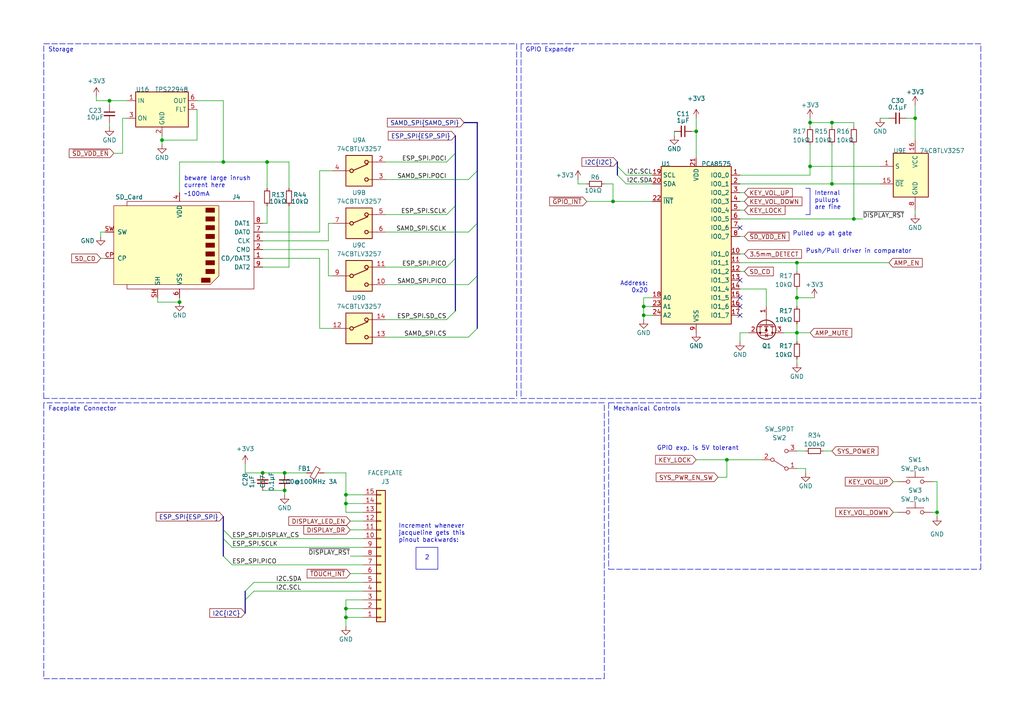
<source format=kicad_sch>
(kicad_sch (version 20230121) (generator eeschema)
  (paper "A4")
  (title_block (title "TANGARA") (date "2023-05-30") (rev "4") (company "made by jacqueline") (comment 1 "SPDX-License-Identifier: CERN-OHL-S-2.0"))
  (lib_symbols
    (symbol "74xx:74CBTLV3257"
      (property "Reference" "U" (at 17.78 1.27 0))
      (property "Value" "74CBTLV3257" (at 15.24 -1.27 0))
      (symbol "74CBTLV3257_1_1"
        (rectangle (start -3.81 4.445) (end 3.81 -4.445) (stroke (width 0.254)) (fill (type background)))
        (circle (center -2.159 0) (radius 0.508) (stroke (width 0.254)))
        (polyline (pts (xy -5.08 0) (xy -2.794 0)))
        (polyline (pts (xy -1.651 0.127) (xy 2.54 1.905)) (stroke (width 0.254)))
        (polyline (pts (xy 5.08 -2.54) (xy 2.794 -2.54)))
        (polyline (pts (xy 5.08 2.54) (xy 2.794 2.54)))
        (circle (center 2.159 -2.54) (radius 0.508) (stroke (width 0.254)))
        (circle (center 2.159 2.54) (radius 0.508) (stroke (width 0.254)))
        (pin passive line (at 7.62 2.54 180) (length 2.54) (name "~") (number "2"))
        (pin passive line (at 7.62 -2.54 180) (length 2.54) (name "~") (number "3"))
        (pin passive line (at -7.62 0 0) (length 2.54) (name "~") (number "4"))
      )
      (symbol "74CBTLV3257_2_1"
        (rectangle (start -3.81 4.445) (end 3.81 -4.445) (stroke (width 0.254)) (fill (type background)))
        (circle (center -2.159 0) (radius 0.508) (stroke (width 0.254)))
        (polyline (pts (xy -5.08 0) (xy -2.794 0)))
        (polyline (pts (xy -1.651 0.127) (xy 2.54 1.905)) (stroke (width 0.254)))
        (polyline (pts (xy 5.08 -2.54) (xy 2.794 -2.54)))
        (polyline (pts (xy 5.08 2.54) (xy 2.794 2.54)))
        (circle (center 2.159 -2.54) (radius 0.508) (stroke (width 0.254)))
        (circle (center 2.159 2.54) (radius 0.508) (stroke (width 0.254)))
        (pin passive line (at 7.62 2.54 180) (length 2.54) (name "~") (number "5"))
        (pin passive line (at 7.62 -2.54 180) (length 2.54) (name "~") (number "6"))
        (pin passive line (at -7.62 0 0) (length 2.54) (name "~") (number "7"))
      )
      (symbol "74CBTLV3257_3_1"
        (rectangle (start -3.81 4.445) (end 3.81 -4.445) (stroke (width 0.254)) (fill (type background)))
        (circle (center -2.159 0) (radius 0.508) (stroke (width 0.254)))
        (polyline (pts (xy -5.08 0) (xy -2.794 0)))
        (polyline (pts (xy -1.651 0.127) (xy 2.54 1.905)) (stroke (width 0.254)))
        (polyline (pts (xy 5.08 -2.54) (xy 2.794 -2.54)))
        (polyline (pts (xy 5.08 2.54) (xy 2.794 2.54)))
        (circle (center 2.159 -2.54) (radius 0.508) (stroke (width 0.254)))
        (circle (center 2.159 2.54) (radius 0.508) (stroke (width 0.254)))
        (pin passive line (at 7.62 -2.54 180) (length 2.54) (name "~") (number "10"))
        (pin passive line (at 7.62 2.54 180) (length 2.54) (name "~") (number "11"))
        (pin passive line (at -7.62 0 0) (length 2.54) (name "~") (number "9"))
      )
      (symbol "74CBTLV3257_4_1"
        (rectangle (start -3.81 4.445) (end 3.81 -4.445) (stroke (width 0.254)) (fill (type background)))
        (circle (center -2.159 0) (radius 0.508) (stroke (width 0.254)))
        (polyline (pts (xy -5.08 0) (xy -2.794 0)))
        (polyline (pts (xy -1.651 0.127) (xy 2.54 1.905)) (stroke (width 0.254)))
        (polyline (pts (xy 5.08 -2.54) (xy 2.794 -2.54)))
        (polyline (pts (xy 5.08 2.54) (xy 2.794 2.54)))
        (circle (center 2.159 -2.54) (radius 0.508) (stroke (width 0.254)))
        (circle (center 2.159 2.54) (radius 0.508) (stroke (width 0.254)))
        (pin passive line (at -7.62 0 0) (length 2.54) (name "~") (number "12"))
        (pin passive line (at 7.62 -2.54 180) (length 2.54) (name "~") (number "13"))
        (pin passive line (at 7.62 2.54 180) (length 2.54) (name "~") (number "14"))
      )
      (symbol "74CBTLV3257_5_1"
        (rectangle (start 3.81 6.35) (end -6.35 -6.35) (stroke (width 0.254)) (fill (type background)))
        (pin input line (at -10.16 2.54 0) (length 3.81) (name "S") (number "1"))
        (pin input line (at -10.16 -2.54 0) (length 3.81) (name "~{OE}") (number "15"))
        (pin power_in line (at 0 10.16 270) (length 3.81) (name "VCC") (number "16"))
        (pin power_in line (at 0 -10.16 90) (length 3.81) (name "GND") (number "8"))
      )
    )
    (symbol "Connector_Generic:Conn_01x15" (pin_names (offset 1.016) hide)
      (property "Reference" "J" (at 0 20.32 0))
      (property "Value" "Conn_01x15" (at 0 -20.32 0))
      (symbol "Conn_01x15_1_1"
        (rectangle (start -1.27 -17.653) (end 0 -17.907) (stroke (width 0.1524)))
        (rectangle (start -1.27 -15.113) (end 0 -15.367) (stroke (width 0.1524)))
        (rectangle (start -1.27 -12.573) (end 0 -12.827) (stroke (width 0.1524)))
        (rectangle (start -1.27 -10.033) (end 0 -10.287) (stroke (width 0.1524)))
        (rectangle (start -1.27 -7.493) (end 0 -7.747) (stroke (width 0.1524)))
        (rectangle (start -1.27 -4.953) (end 0 -5.207) (stroke (width 0.1524)))
        (rectangle (start -1.27 -2.413) (end 0 -2.667) (stroke (width 0.1524)))
        (rectangle (start -1.27 0.127) (end 0 -0.127) (stroke (width 0.1524)))
        (rectangle (start -1.27 2.667) (end 0 2.413) (stroke (width 0.1524)))
        (rectangle (start -1.27 5.207) (end 0 4.953) (stroke (width 0.1524)))
        (rectangle (start -1.27 7.747) (end 0 7.493) (stroke (width 0.1524)))
        (rectangle (start -1.27 10.287) (end 0 10.033) (stroke (width 0.1524)))
        (rectangle (start -1.27 12.827) (end 0 12.573) (stroke (width 0.1524)))
        (rectangle (start -1.27 15.367) (end 0 15.113) (stroke (width 0.1524)))
        (rectangle (start -1.27 17.907) (end 0 17.653) (stroke (width 0.1524)))
        (rectangle (start -1.27 19.05) (end 1.27 -19.05) (stroke (width 0.254)) (fill (type background)))
        (pin passive line (at -5.08 17.78 0) (length 3.81) (name "Pin_1") (number "1"))
        (pin passive line (at -5.08 -5.08 0) (length 3.81) (name "Pin_10") (number "10"))
        (pin passive line (at -5.08 -7.62 0) (length 3.81) (name "Pin_11") (number "11"))
        (pin passive line (at -5.08 -10.16 0) (length 3.81) (name "Pin_12") (number "12"))
        (pin passive line (at -5.08 -12.7 0) (length 3.81) (name "Pin_13") (number "13"))
        (pin passive line (at -5.08 -15.24 0) (length 3.81) (name "Pin_14") (number "14"))
        (pin passive line (at -5.08 -17.78 0) (length 3.81) (name "Pin_15") (number "15"))
        (pin passive line (at -5.08 15.24 0) (length 3.81) (name "Pin_2") (number "2"))
        (pin passive line (at -5.08 12.7 0) (length 3.81) (name "Pin_3") (number "3"))
        (pin passive line (at -5.08 10.16 0) (length 3.81) (name "Pin_4") (number "4"))
        (pin passive line (at -5.08 7.62 0) (length 3.81) (name "Pin_5") (number "5"))
        (pin passive line (at -5.08 5.08 0) (length 3.81) (name "Pin_6") (number "6"))
        (pin passive line (at -5.08 2.54 0) (length 3.81) (name "Pin_7") (number "7"))
        (pin passive line (at -5.08 0 0) (length 3.81) (name "Pin_8") (number "8"))
        (pin passive line (at -5.08 -2.54 0) (length 3.81) (name "Pin_9") (number "9"))
      )
    )
    (symbol "Device:C_Small" (pin_numbers hide) (pin_names (offset 0.254) hide)
      (property "Reference" "C" (at 0.254 1.778 0))
      (property "Value" "C_Small" (at 0.254 -2.032 0))
      (symbol "C_Small_0_1"
        (polyline (pts (xy -1.524 -0.508) (xy 1.524 -0.508)) (stroke (width 0.3302)))
        (polyline (pts (xy -1.524 0.508) (xy 1.524 0.508)) (stroke (width 0.3048)))
      )
      (symbol "C_Small_1_1"
        (pin passive line (at 0 2.54 270) (length 2.032) (name "~") (number "1"))
        (pin passive line (at 0 -2.54 90) (length 2.032) (name "~") (number "2"))
      )
    )
    (symbol "Device:Ferrite_Bead_Small" (pin_numbers hide) (pin_names (offset 0))
      (property "Reference" "FB" (at 1.905 1.27 0))
      (property "Value" "Device_Ferrite_Bead_Small" (at 1.905 -1.27 0))
      (symbol "Ferrite_Bead_Small_0_1"
        (polyline (pts (xy 0 -1.27) (xy 0 -0.7874)))
        (polyline (pts (xy 0 0.889) (xy 0 1.2954)))
        (polyline (pts (xy -1.8288 0.2794) (xy -1.1176 1.4986) (xy 1.8288 -0.2032) (xy 1.1176 -1.4224) (xy -1.8288 0.2794)))
      )
      (symbol "Ferrite_Bead_Small_1_1"
        (pin passive line (at 0 2.54 270) (length 1.27) (name "~") (number "1"))
        (pin passive line (at 0 -2.54 90) (length 1.27) (name "~") (number "2"))
      )
    )
    (symbol "Device:Q_NMOS_GSD" (pin_names (offset 0) hide)
      (property "Reference" "Q" (at 5.08 1.27 0))
      (property "Value" "Q_NMOS_GSD" (at 5.08 -1.27 0))
      (symbol "Q_NMOS_GSD_0_1"
        (polyline (pts (xy 0.254 0) (xy -2.54 0)))
        (polyline (pts (xy 0.254 1.905) (xy 0.254 -1.905)) (stroke (width 0.254)))
        (polyline (pts (xy 0.762 -1.27) (xy 0.762 -2.286)) (stroke (width 0.254)))
        (polyline (pts (xy 0.762 0.508) (xy 0.762 -0.508)) (stroke (width 0.254)))
        (polyline (pts (xy 0.762 2.286) (xy 0.762 1.27)) (stroke (width 0.254)))
        (polyline (pts (xy 2.54 2.54) (xy 2.54 1.778)))
        (polyline (pts (xy 2.54 -2.54) (xy 2.54 0) (xy 0.762 0)))
        (polyline (pts (xy 0.762 -1.778) (xy 3.302 -1.778) (xy 3.302 1.778) (xy 0.762 1.778)))
        (polyline (pts (xy 1.016 0) (xy 2.032 0.381) (xy 2.032 -0.381) (xy 1.016 0)) (fill (type outline)))
        (polyline (pts (xy 2.794 0.508) (xy 2.921 0.381) (xy 3.683 0.381) (xy 3.81 0.254)))
        (polyline (pts (xy 3.302 0.381) (xy 2.921 -0.254) (xy 3.683 -0.254) (xy 3.302 0.381)))
        (circle (center 1.651 0) (radius 2.794) (stroke (width 0.254)))
        (circle (center 2.54 -1.778) (radius 0.254) (fill (type outline)))
        (circle (center 2.54 1.778) (radius 0.254) (fill (type outline)))
      )
      (symbol "Q_NMOS_GSD_1_1"
        (pin input line (at -5.08 0 0) (length 2.54) (name "G") (number "1"))
        (pin passive line (at 2.54 -5.08 90) (length 2.54) (name "S") (number "2"))
        (pin passive line (at 2.54 5.08 270) (length 2.54) (name "D") (number "3"))
      )
    )
    (symbol "Device:R_Small" (pin_numbers hide) (pin_names (offset 0.254) hide)
      (property "Reference" "R" (at 0.762 0.508 0))
      (property "Value" "R_Small" (at 0.762 -1.016 0))
      (symbol "R_Small_0_1"
        (rectangle (start -0.762 1.778) (end 0.762 -1.778) (stroke (width 0.2032)))
      )
      (symbol "R_Small_1_1"
        (pin passive line (at 0 2.54 270) (length 0.762) (name "~") (number "1"))
        (pin passive line (at 0 -2.54 90) (length 0.762) (name "~") (number "2"))
      )
    )
    (symbol "Switch:SW_Push" (pin_numbers hide) (pin_names (offset 1.016) hide)
      (property "Reference" "SW" (at 1.27 2.54 0))
      (property "Value" "SW_Push" (at 0 -1.524 0))
      (symbol "SW_Push_0_1"
        (circle (center -2.032 0) (radius 0.508))
        (polyline (pts (xy 0 1.27) (xy 0 3.048)))
        (polyline (pts (xy 2.54 1.27) (xy -2.54 1.27)))
        (circle (center 2.032 0) (radius 0.508))
        (pin passive line (at -5.08 0 0) (length 2.54) (name "1") (number "1"))
        (pin passive line (at 5.08 0 180) (length 2.54) (name "2") (number "2"))
      )
    )
    (symbol "Switch:SW_SPDT" (pin_names (offset 0) hide)
      (property "Reference" "SW" (at 0 4.318 0))
      (property "Value" "SW_SPDT" (at 0 -5.08 0))
      (symbol "SW_SPDT_0_0"
        (circle (center -2.032 0) (radius 0.508))
        (circle (center 2.032 -2.54) (radius 0.508))
      )
      (symbol "SW_SPDT_0_1"
        (polyline (pts (xy -1.524 0.254) (xy 1.651 2.286)))
        (circle (center 2.032 2.54) (radius 0.508))
      )
      (symbol "SW_SPDT_1_1"
        (pin passive line (at 5.08 2.54 180) (length 2.54) (name "A") (number "1"))
        (pin passive line (at -5.08 0 0) (length 2.54) (name "B") (number "2"))
        (pin passive line (at 5.08 -2.54 180) (length 2.54) (name "C") (number "3"))
      )
    )
    (symbol "power:+3V3" (power) (pin_names (offset 0))
      (property "Value" "+3V3" (at 0 3.556 0))
      (symbol "+3V3_0_1"
        (polyline (pts (xy -0.762 1.27) (xy 0 2.54)))
        (polyline (pts (xy 0 0) (xy 0 2.54)))
        (polyline (pts (xy 0 2.54) (xy 0.762 1.27)))
      )
      (symbol "+3V3_1_1"
        (pin power_in line (at 0 0 90) (length 0) hide (name "+3V3") (number "1"))
      )
    )
    (symbol "power:GND" (power) (pin_names (offset 0))
      (property "Value" "GND" (at 0 -3.81 0))
      (symbol "GND_0_1"
        (polyline (pts (xy 0 0) (xy 0 -1.27) (xy 1.27 -1.27) (xy 0 -2.54) (xy -1.27 -1.27) (xy 0 -1.27)))
      )
      (symbol "GND_1_1"
        (pin power_in line (at 0 0 270) (length 0) hide (name "GND") (number "1"))
      )
    )
    (symbol "symbols:PCA8575BS"
      (property "Reference" "U" (at -8.89 24.13 0))
      (property "Value" "PCA8575BS" (at 6.35 24.13 0))
      (symbol "PCA8575BS_0_1"
        (rectangle (start -10.16 22.86) (end 10.16 -22.86) (stroke (width 0.254)) (fill (type background)))
      )
      (symbol "PCA8575BS_1_0"
        (pin power_in line (at 0 -25.4 90) (length 2.54) hide (name "EP") (number "25"))
      )
      (symbol "PCA8575BS_1_1"
        (pin bidirectional line (at 12.7 20.32 180) (length 2.54) (name "IO0_0") (number "1"))
        (pin bidirectional line (at 12.7 -2.54 180) (length 2.54) (name "IO1_0") (number "10"))
        (pin bidirectional line (at 12.7 -5.08 180) (length 2.54) (name "IO1_1") (number "11"))
        (pin bidirectional line (at 12.7 -7.62 180) (length 2.54) (name "IO1_2") (number "12"))
        (pin bidirectional line (at 12.7 -10.16 180) (length 2.54) (name "IO1_3") (number "13"))
        (pin bidirectional line (at 12.7 -12.7 180) (length 2.54) (name "IO1_4") (number "14"))
        (pin bidirectional line (at 12.7 -15.24 180) (length 2.54) (name "IO1_5") (number "15"))
        (pin bidirectional line (at 12.7 -17.78 180) (length 2.54) (name "IO1_6") (number "16"))
        (pin bidirectional line (at 12.7 -20.32 180) (length 2.54) (name "IO1_7") (number "17"))
        (pin input line (at -12.7 -15.24 0) (length 2.54) (name "A0") (number "18"))
        (pin input line (at -12.7 20.32 0) (length 2.54) (name "SCL") (number "19"))
        (pin bidirectional line (at 12.7 17.78 180) (length 2.54) (name "IO0_1") (number "2"))
        (pin bidirectional line (at -12.7 17.78 0) (length 2.54) (name "SDA") (number "20"))
        (pin power_in line (at 0 25.4 270) (length 2.54) (name "VDD") (number "21"))
        (pin open_collector line (at -12.7 12.7 0) (length 2.54) (name "~{INT}") (number "22"))
        (pin input line (at -12.7 -17.78 0) (length 2.54) (name "A1") (number "23"))
        (pin input line (at -12.7 -20.32 0) (length 2.54) (name "A2") (number "24"))
        (pin bidirectional line (at 12.7 15.24 180) (length 2.54) (name "IO0_2") (number "3"))
        (pin bidirectional line (at 12.7 12.7 180) (length 2.54) (name "IO0_3") (number "4"))
        (pin bidirectional line (at 12.7 10.16 180) (length 2.54) (name "IO0_4") (number "5"))
        (pin bidirectional line (at 12.7 7.62 180) (length 2.54) (name "IO0_5") (number "6"))
        (pin bidirectional line (at 12.7 5.08 180) (length 2.54) (name "IO0_6") (number "7"))
        (pin bidirectional line (at 12.7 2.54 180) (length 2.54) (name "IO0_7") (number "8"))
        (pin power_in line (at 0 -25.4 90) (length 2.54) (name "VSS") (number "9"))
      )
    )
    (symbol "symbols:SD_Card" (pin_names (offset 1.016))
      (property "Reference" "J" (at -16.51 13.97 0))
      (property "Value" "SD_Card" (at 15.24 -13.97 0))
      (symbol "SD_Card_0_1"
        (rectangle (start -8.89 -9.525) (end -6.35 -10.795) (fill (type outline)))
        (rectangle (start -8.89 -6.985) (end -6.35 -8.255) (fill (type outline)))
        (rectangle (start -8.89 -4.445) (end -6.35 -5.715) (fill (type outline)))
        (rectangle (start -8.89 -1.905) (end -6.35 -3.175) (fill (type outline)))
        (rectangle (start -8.89 0.635) (end -6.35 -0.635) (fill (type outline)))
        (rectangle (start -8.89 3.175) (end -6.35 1.905) (fill (type outline)))
        (rectangle (start -8.89 5.715) (end -6.35 4.445) (fill (type outline)))
        (rectangle (start -8.89 8.255) (end -6.35 6.985) (fill (type outline)))
        (rectangle (start -7.62 10.795) (end -5.08 9.525) (fill (type outline)))
        (polyline (pts (xy -10.16 8.89) (xy -7.62 11.43) (xy 20.32 11.43) (xy 20.32 -11.43) (xy -10.16 -11.43) (xy -10.16 8.89)) (fill (type background)))
        (polyline (pts (xy 16.51 11.43) (xy 16.51 12.7) (xy -20.32 12.7) (xy -20.32 -12.7) (xy 16.51 -12.7) (xy 16.51 -11.43)))
      )
      (symbol "SD_Card_1_1"
        (pin input line (at -22.86 3.81 0) (length 2.54) (name "CD/DAT3") (number "1"))
        (pin input line (at -22.86 1.27 0) (length 2.54) (name "CMD") (number "2"))
        (pin power_in line (at 1.27 15.24 270) (length 2.54) hide (name "VSS") (number "3"))
        (pin power_in line (at 1.27 -15.24 90) (length 2.54) (name "VDD") (number "4"))
        (pin input line (at -22.86 -1.27 0) (length 2.54) (name "CLK") (number "5"))
        (pin power_in line (at 1.27 15.24 270) (length 2.54) (name "VSS") (number "6"))
        (pin input line (at -22.86 -3.81 0) (length 2.54) (name "DAT0") (number "7"))
        (pin input line (at -22.86 -6.35 0) (length 2.54) (name "DAT1") (number "8"))
        (pin input line (at -22.86 6.35 0) (length 2.54) (name "DAT2") (number "9"))
        (pin input line (at 22.86 3.81 180) (length 2.54) (name "CP") (number "CP"))
        (pin input line (at 7.62 15.24 270) (length 2.54) (name "SH") (number "SH"))
        (pin input line (at 22.86 -3.81 180) (length 2.54) (name "SW") (number "SW"))
      )
    )
    (symbol "symbols:TPS22917DBV"
      (property "Reference" "U" (at -6.35 6.35 0))
      (property "Value" "TPS22948" (at 2.54 6.35 0))
      (symbol "TPS22917DBV_0_1"
        (rectangle (start -7.62 5.08) (end 7.62 -5.08) (stroke (width 0.254)) (fill (type background)))
      )
      (symbol "TPS22917DBV_1_1"
        (pin power_in line (at -10.16 2.54 0) (length 2.54) (name "IN") (number "1"))
        (pin power_in line (at 0 -7.62 90) (length 2.54) (name "GND") (number "2"))
        (pin input line (at -10.16 -2.54 0) (length 2.54) (name "ON") (number "3"))
        (pin no_connect line (at -7.62 0 0) (length 2.54) hide (name "NC") (number "4"))
        (pin open_collector line (at 10.16 0 180) (length 2.54) (name "FLT") (number "5"))
        (pin power_out line (at 10.16 2.54 180) (length 2.54) (name "OUT") (number "6"))
      )
    )
  )
  (junction (at 82.55 137.16))
  (junction (at 186.69 91.44))
  (junction (at 100.33 146.05))
  (junction (at 46.99 40.64))
  (junction (at 231.14 96.52))
  (junction (at 231.14 86.36))
  (junction (at 64.77 46.99))
  (junction (at 52.07 87.63))
  (junction (at 100.33 176.53))
  (junction (at 234.95 48.26))
  (junction (at 100.33 179.07))
  (junction (at 265.43 34.29))
  (junction (at 76.2 137.16))
  (junction (at 82.55 142.24))
  (junction (at 234.95 35.56))
  (junction (at 241.3 53.34))
  (junction (at 100.33 143.51))
  (junction (at 271.78 148.59))
  (junction (at 31.75 29.21))
  (junction (at 201.93 38.1))
  (junction (at 186.69 88.9))
  (junction (at 210.82 133.35))
  (junction (at 241.3 35.56))
  (junction (at 247.65 63.5))
  (junction (at 231.14 76.2))
  (junction (at 77.47 46.99))
  (junction (at 177.8 58.42))
  (no_connect (at 214.63 81.28))
  (no_connect (at 214.63 86.36))
  (no_connect (at 214.63 91.44))
  (no_connect (at 214.63 88.9))
  (no_connect (at 214.63 66.04))
  (bus_entry (at 67.31 158.75) (size -2.54 -2.54))
  (bus_entry (at 179.07 48.26) (size 2.54 2.54))
  (bus_entry (at 129.54 77.47) (size 2.54 -2.54))
  (bus_entry (at 129.54 92.71) (size 2.54 -2.54))
  (bus_entry (at 129.54 46.99) (size 2.54 -2.54))
  (bus_entry (at 129.54 62.23) (size 2.54 -2.54))
  (bus_entry (at 179.07 50.8) (size 2.54 2.54))
  (bus_entry (at 135.89 52.07) (size 2.54 -2.54))
  (bus_entry (at 135.89 82.55) (size 2.54 -2.54))
  (bus_entry (at 135.89 67.31) (size 2.54 -2.54))
  (bus_entry (at 67.31 163.83) (size -2.54 -2.54))
  (bus_entry (at 71.12 171.45) (size 2.54 -2.54))
  (bus_entry (at 71.12 173.99) (size 2.54 -2.54))
  (bus_entry (at 135.89 97.79) (size 2.54 -2.54))
  (bus_entry (at 67.31 156.21) (size -2.54 -2.54))
  (wire (pts (xy 186.69 88.9) (xy 186.69 91.44)))
  (wire (pts (xy 186.69 91.44) (xy 186.69 92.71)))
  (bus (pts (xy 64.77 153.67) (xy 64.77 156.21)))
  (wire (pts (xy 271.78 139.7) (xy 271.78 148.59)))
  (wire (pts (xy 67.31 156.21) (xy 105.41 156.21)))
  (polyline (pts (xy 12.7 12.7) (xy 149.86 12.7)) (stroke (width 0) (type dash)))
  (polyline (pts (xy 176.53 116.84) (xy 176.53 165.1)) (stroke (width 0) (type dash)))
  (wire (pts (xy 93.98 137.16) (xy 100.33 137.16)))
  (wire (pts (xy 208.28 138.43) (xy 210.82 138.43)))
  (wire (pts (xy 231.14 76.2) (xy 257.81 76.2)))
  (wire (pts (xy 234.95 41.91) (xy 234.95 48.26)))
  (wire (pts (xy 76.2 142.24) (xy 82.55 142.24)))
  (wire (pts (xy 250.19 63.5) (xy 247.65 63.5)))
  (bus (pts (xy 134.62 35.56) (xy 138.43 35.56)))
  (polyline (pts (xy 234.95 62.23) (xy 234.95 54.61)))
  (wire (pts (xy 100.33 179.07) (xy 105.41 179.07)))
  (bus (pts (xy 71.12 171.45) (xy 71.12 173.99)))
  (wire (pts (xy 52.07 87.63) (xy 52.07 86.36)))
  (wire (pts (xy 265.43 30.48) (xy 265.43 34.29)))
  (wire (pts (xy 201.93 34.29) (xy 201.93 38.1)))
  (wire (pts (xy 92.71 49.53) (xy 92.71 67.31)))
  (wire (pts (xy 57.15 40.64) (xy 46.99 40.64)))
  (wire (pts (xy 214.63 76.2) (xy 231.14 76.2)))
  (wire (pts (xy 231.14 86.36) (xy 231.14 88.9)))
  (wire (pts (xy 57.15 29.21) (xy 64.77 29.21)))
  (wire (pts (xy 101.6 153.67) (xy 105.41 153.67)))
  (wire (pts (xy 177.8 53.34) (xy 177.8 58.42)))
  (wire (pts (xy 77.47 46.99) (xy 83.82 46.99)))
  (wire (pts (xy 231.14 96.52) (xy 231.14 99.06)))
  (bus (pts (xy 132.08 44.45) (xy 132.08 59.69)))
  (wire (pts (xy 270.51 148.59) (xy 271.78 148.59)))
  (wire (pts (xy 234.95 50.8) (xy 234.95 48.26)))
  (wire (pts (xy 31.75 35.56) (xy 31.75 36.83)))
  (wire (pts (xy 175.26 53.34) (xy 177.8 53.34)))
  (wire (pts (xy 241.3 35.56) (xy 247.65 35.56)))
  (polyline (pts (xy 176.53 116.84) (xy 284.48 116.84)) (stroke (width 0) (type dash)))
  (wire (pts (xy 214.63 58.42) (xy 215.9 58.42)))
  (wire (pts (xy 35.56 34.29) (xy 35.56 44.45)))
  (wire (pts (xy 170.18 58.42) (xy 177.8 58.42)))
  (wire (pts (xy 214.63 53.34) (xy 241.3 53.34)))
  (wire (pts (xy 214.63 96.52) (xy 214.63 99.06)))
  (wire (pts (xy 95.25 72.39) (xy 95.25 80.01)))
  (polyline (pts (xy 151.13 12.7) (xy 151.13 115.57)) (stroke (width 0) (type dash)))
  (wire (pts (xy 247.65 41.91) (xy 247.65 63.5)))
  (wire (pts (xy 76.2 137.16) (xy 82.55 137.16)))
  (wire (pts (xy 100.33 181.61) (xy 100.33 179.07)))
  (wire (pts (xy 67.31 158.75) (xy 105.41 158.75)))
  (wire (pts (xy 181.61 53.34) (xy 189.23 53.34)))
  (wire (pts (xy 31.75 29.21) (xy 31.75 30.48)))
  (wire (pts (xy 100.33 176.53) (xy 100.33 179.07)))
  (wire (pts (xy 92.71 74.93) (xy 92.71 95.25)))
  (wire (pts (xy 100.33 137.16) (xy 100.33 143.51)))
  (wire (pts (xy 45.72 86.36) (xy 45.72 87.63)))
  (wire (pts (xy 111.76 97.79) (xy 135.89 97.79)))
  (wire (pts (xy 167.64 53.34) (xy 170.18 53.34)))
  (wire (pts (xy 76.2 67.31) (xy 92.71 67.31)))
  (wire (pts (xy 227.33 96.52) (xy 231.14 96.52)))
  (wire (pts (xy 29.21 67.31) (xy 29.21 68.58)))
  (polyline (pts (xy 151.13 115.57) (xy 284.48 115.57)) (stroke (width 0) (type dash)))
  (wire (pts (xy 71.12 137.16) (xy 76.2 137.16)))
  (wire (pts (xy 46.99 39.37) (xy 46.99 40.64)))
  (wire (pts (xy 247.65 35.56) (xy 247.65 36.83)))
  (bus (pts (xy 132.08 74.93) (xy 132.08 90.17)))
  (wire (pts (xy 189.23 88.9) (xy 186.69 88.9)))
  (wire (pts (xy 64.77 29.21) (xy 64.77 46.99)))
  (wire (pts (xy 189.23 86.36) (xy 186.69 86.36)))
  (wire (pts (xy 231.14 83.82) (xy 231.14 86.36)))
  (wire (pts (xy 270.51 139.7) (xy 271.78 139.7)))
  (wire (pts (xy 200.66 38.1) (xy 201.93 38.1)))
  (bus (pts (xy 138.43 35.56) (xy 138.43 49.53)))
  (wire (pts (xy 95.25 80.01) (xy 96.52 80.01)))
  (wire (pts (xy 71.12 134.62) (xy 71.12 137.16)))
  (wire (pts (xy 222.25 83.82) (xy 222.25 88.9)))
  (bus (pts (xy 179.07 46.99) (xy 179.07 48.26)))
  (wire (pts (xy 101.6 161.29) (xy 105.41 161.29)))
  (wire (pts (xy 92.71 95.25) (xy 96.52 95.25)))
  (wire (pts (xy 33.02 44.45) (xy 35.56 44.45)))
  (wire (pts (xy 64.77 46.99) (xy 77.47 46.99)))
  (polyline (pts (xy 284.48 165.1) (xy 284.48 116.84)) (stroke (width 0) (type dash)))
  (wire (pts (xy 222.25 83.82) (xy 214.63 83.82)))
  (wire (pts (xy 215.9 68.58) (xy 214.63 68.58)))
  (wire (pts (xy 255.27 34.29) (xy 257.81 34.29)))
  (wire (pts (xy 77.47 46.99) (xy 77.47 54.61)))
  (wire (pts (xy 214.63 55.88) (xy 215.9 55.88)))
  (wire (pts (xy 95.25 69.85) (xy 95.25 64.77)))
  (wire (pts (xy 234.95 48.26) (xy 255.27 48.26)))
  (wire (pts (xy 214.63 50.8) (xy 234.95 50.8)))
  (wire (pts (xy 111.76 92.71) (xy 129.54 92.71)))
  (wire (pts (xy 57.15 31.75) (xy 57.15 40.64)))
  (wire (pts (xy 234.95 35.56) (xy 234.95 36.83)))
  (polyline (pts (xy 12.7 196.85) (xy 175.26 196.85)) (stroke (width 0) (type dash)))
  (wire (pts (xy 100.33 143.51) (xy 105.41 143.51)))
  (wire (pts (xy 177.8 58.42) (xy 189.23 58.42)))
  (wire (pts (xy 111.76 77.47) (xy 129.54 77.47)))
  (wire (pts (xy 111.76 52.07) (xy 135.89 52.07)))
  (wire (pts (xy 217.17 96.52) (xy 214.63 96.52)))
  (wire (pts (xy 101.6 166.37) (xy 105.41 166.37)))
  (wire (pts (xy 73.66 171.45) (xy 105.41 171.45)))
  (bus (pts (xy 179.07 48.26) (xy 179.07 50.8)))
  (wire (pts (xy 195.58 38.1) (xy 195.58 39.37)))
  (wire (pts (xy 231.14 105.41) (xy 231.14 104.14)))
  (wire (pts (xy 167.64 52.07) (xy 167.64 53.34)))
  (wire (pts (xy 83.82 54.61) (xy 83.82 46.99)))
  (wire (pts (xy 236.22 86.36) (xy 231.14 86.36)))
  (wire (pts (xy 215.9 73.66) (xy 214.63 73.66)))
  (wire (pts (xy 233.68 137.16) (xy 233.68 135.89)))
  (polyline (pts (xy 12.7 115.57) (xy 149.86 115.57)) (stroke (width 0) (type dash)))
  (wire (pts (xy 247.65 63.5) (xy 214.63 63.5)))
  (bus (pts (xy 138.43 64.77) (xy 138.43 80.01)))
  (wire (pts (xy 241.3 53.34) (xy 255.27 53.34)))
  (polyline (pts (xy 175.26 196.85) (xy 175.26 116.84)) (stroke (width 0) (type dash)))
  (wire (pts (xy 100.33 148.59) (xy 100.33 146.05)))
  (wire (pts (xy 265.43 34.29) (xy 265.43 40.64)))
  (wire (pts (xy 201.93 133.35) (xy 210.82 133.35)))
  (polyline (pts (xy 12.7 115.57) (xy 12.7 12.7)) (stroke (width 0) (type dash)))
  (wire (pts (xy 105.41 146.05) (xy 100.33 146.05)))
  (polyline (pts (xy 176.53 165.1) (xy 284.48 165.1)) (stroke (width 0) (type dash)))
  (wire (pts (xy 265.43 62.23) (xy 265.43 60.96)))
  (wire (pts (xy 46.99 41.91) (xy 46.99 40.64)))
  (wire (pts (xy 111.76 82.55) (xy 135.89 82.55)))
  (polyline (pts (xy 12.7 116.84) (xy 12.7 196.85)) (stroke (width 0) (type dash)))
  (bus (pts (xy 64.77 156.21) (xy 64.77 161.29)))
  (bus (pts (xy 132.08 39.37) (xy 132.08 44.45)))
  (wire (pts (xy 73.66 168.91) (xy 105.41 168.91)))
  (wire (pts (xy 52.07 55.88) (xy 52.07 46.99)))
  (wire (pts (xy 27.94 29.21) (xy 31.75 29.21)))
  (wire (pts (xy 111.76 67.31) (xy 135.89 67.31)))
  (polyline (pts (xy 175.26 116.84) (xy 12.7 116.84)) (stroke (width 0) (type dash)))
  (wire (pts (xy 210.82 133.35) (xy 210.82 138.43)))
  (wire (pts (xy 77.47 59.69) (xy 77.47 64.77)))
  (wire (pts (xy 233.68 135.89) (xy 231.14 135.89)))
  (wire (pts (xy 201.93 38.1) (xy 201.93 45.72)))
  (wire (pts (xy 234.95 35.56) (xy 241.3 35.56)))
  (wire (pts (xy 82.55 142.24) (xy 82.55 143.51)))
  (polyline (pts (xy 233.68 62.23) (xy 234.95 62.23)))
  (wire (pts (xy 210.82 133.35) (xy 220.98 133.35)))
  (bus (pts (xy 132.08 59.69) (xy 132.08 74.93)))
  (wire (pts (xy 36.83 34.29) (xy 35.56 34.29)))
  (wire (pts (xy 101.6 151.13) (xy 105.41 151.13)))
  (wire (pts (xy 83.82 59.69) (xy 83.82 77.47)))
  (wire (pts (xy 96.52 49.53) (xy 92.71 49.53)))
  (wire (pts (xy 31.75 29.21) (xy 36.83 29.21)))
  (wire (pts (xy 76.2 64.77) (xy 77.47 64.77)))
  (wire (pts (xy 231.14 130.81) (xy 233.68 130.81)))
  (polyline (pts (xy 284.48 12.7) (xy 151.13 12.7)) (stroke (width 0) (type dash)))
  (wire (pts (xy 30.48 67.31) (xy 29.21 67.31)))
  (wire (pts (xy 76.2 72.39) (xy 95.25 72.39)))
  (polyline (pts (xy 233.68 54.61) (xy 234.95 54.61)))
  (wire (pts (xy 105.41 148.59) (xy 100.33 148.59)))
  (wire (pts (xy 241.3 41.91) (xy 241.3 53.34)))
  (wire (pts (xy 262.89 34.29) (xy 265.43 34.29)))
  (wire (pts (xy 100.33 173.99) (xy 100.33 176.53)))
  (wire (pts (xy 76.2 74.93) (xy 92.71 74.93)))
  (polyline (pts (xy 149.86 12.7) (xy 149.86 115.57)) (stroke (width 0) (type dash)))
  (wire (pts (xy 111.76 46.99) (xy 129.54 46.99)))
  (wire (pts (xy 215.9 78.74) (xy 214.63 78.74)))
  (wire (pts (xy 234.95 34.29) (xy 234.95 35.56)))
  (wire (pts (xy 82.55 137.16) (xy 88.9 137.16)))
  (wire (pts (xy 111.76 62.23) (xy 129.54 62.23)))
  (bus (pts (xy 64.77 149.86) (xy 64.77 153.67)))
  (wire (pts (xy 76.2 69.85) (xy 95.25 69.85)))
  (wire (pts (xy 181.61 50.8) (xy 189.23 50.8)))
  (wire (pts (xy 95.25 64.77) (xy 96.52 64.77)))
  (wire (pts (xy 231.14 96.52) (xy 234.95 96.52)))
  (bus (pts (xy 71.12 173.99) (xy 71.12 177.8)))
  (wire (pts (xy 231.14 93.98) (xy 231.14 96.52)))
  (wire (pts (xy 100.33 146.05) (xy 100.33 143.51)))
  (wire (pts (xy 189.23 91.44) (xy 186.69 91.44)))
  (wire (pts (xy 45.72 87.63) (xy 52.07 87.63)))
  (wire (pts (xy 271.78 148.59) (xy 271.78 149.86)))
  (polyline (pts (xy 284.48 115.57) (xy 284.48 12.7)) (stroke (width 0) (type dash)))
  (wire (pts (xy 27.94 27.94) (xy 27.94 29.21)))
  (wire (pts (xy 186.69 86.36) (xy 186.69 88.9)))
  (wire (pts (xy 259.08 139.7) (xy 260.35 139.7)))
  (wire (pts (xy 52.07 46.99) (xy 64.77 46.99)))
  (bus (pts (xy 138.43 49.53) (xy 138.43 64.77)))
  (wire (pts (xy 215.9 60.96) (xy 214.63 60.96)))
  (wire (pts (xy 105.41 176.53) (xy 100.33 176.53)))
  (wire (pts (xy 76.2 77.47) (xy 83.82 77.47)))
  (wire (pts (xy 105.41 173.99) (xy 100.33 173.99)))
  (wire (pts (xy 241.3 130.81) (xy 238.76 130.81)))
  (wire (pts (xy 259.08 148.59) (xy 260.35 148.59)))
  (bus (pts (xy 138.43 80.01) (xy 138.43 95.25)))
  (wire (pts (xy 67.31 163.83) (xy 105.41 163.83)))
  (wire (pts (xy 241.3 35.56) (xy 241.3 36.83)))
  (wire (pts (xy 231.14 76.2) (xy 231.14 78.74)))
  (wire (pts (xy 29.21 74.93) (xy 30.48 74.93)))
  (rectangle (start 120.65 158.75) (end 127 165.1))
  (text "GPIO exp. is 5V tolerant" (at 190.5 130.81 0) (effects (font (size 1.27 1.27)) (justify left bottom)))
  (text "GPIO Expander" (at 152.4 15.24 0) (effects (font (size 1.27 1.27)) (justify left bottom)))
  (text "beware large inrush\ncurrent here" (at 53.34 54.61 0) (effects (font (size 1.27 1.27)) (justify left bottom)))
  (text "Internal\npullups\nare fine" (at 236.22 60.96 0) (effects (font (size 1.27 1.27)) (justify left bottom)))
  (text "~100mA" (at 53.34 57.15 0) (effects (font (size 1.27 1.27)) (justify left bottom)))
  (text "Increment whenever\njacqueline gets this\npinout backwards:" (at 115.57 157.48 0) (effects (font (size 1.27 1.27)) (justify left bottom)))
  (text "Pulled up at gate" (at 229.87 68.58 0) (effects (font (size 1.27 1.27)) (justify left bottom)))
  (text "Storage" (at 13.97 15.24 0) (effects (font (size 1.27 1.27)) (justify left bottom)))
  (text "Mechanical Controls" (at 177.8 119.38 0) (effects (font (size 1.27 1.27)) (justify left bottom)))
  (text "2" (at 123.19 162.56 0) (effects (font (size 1.27 1.27)) (justify left bottom)))
  (text "Push/Pull driver in comparator" (at 233.68 73.66 0) (effects (font (size 1.27 1.27)) (justify left bottom)))
  (text "Faceplate Connector" (at 13.97 119.38 0) (effects (font (size 1.27 1.27)) (justify left bottom)))
  (text "Address:\n0x20" (at 187.96 85.09 0) (effects (font (size 1.27 1.27)) (justify right bottom)))
  (label "SAMD_SPI.POCI" (at 129.54 52.07 180))
  (label "I2C.SDA" (at 80.01 168.91 0))
  (label "I2C.SCL" (at 189.23 50.8 180))
  (label "SAMD_SPI.PICO" (at 129.54 82.55 180))
  (label "ESP_SPI.PICO" (at 129.54 77.47 180))
  (label "ESP_SPI.SD_CS" (at 129.54 92.71 180))
  (label "ESP_SPI.POCI" (at 129.54 46.99 180))
  (label "ESP_SPI.PICO" (at 67.31 163.83 0))
  (label "SAMD_SPI.SCLK" (at 129.54 67.31 180))
  (label "~{DISPLAY_RST}" (at 101.6 161.29 180) (property "Intersheetrefs" "${INTERSHEET_REFS}" (effects hide)))
  (label "ESP_SPI.DISPLAY_CS" (at 67.31 156.21 0))
  (label "SAMD_SPI.CS" (at 129.54 97.79 180))
  (label "ESP_SPI.SCLK" (at 67.31 158.75 0))
  (label "I2C.SDA" (at 189.23 53.34 180))
  (label "~{DISPLAY_RST}" (at 250.19 63.5 0) (property "Intersheetrefs" "${INTERSHEET_REFS}" (effects hide)))
  (label "ESP_SPI.SCLK" (at 129.54 62.23 180))
  (label "I2C.SCL" (at 80.01 171.45 0))
  (global_label "ESP_SPI{ESP_SPI}" (shape input) (at 132.08 39.37 180) (property "Intersheetrefs" "${INTERSHEET_REFS}" (effects hide)))
  (global_label "DISPLAY_LED_EN" (shape input) (at 101.6 151.13 180) (property "Intersheetrefs" "${INTERSHEET_REFS}" (effects hide)))
  (global_label "KEY_VOL_DOWN" (shape input) (at 259.08 148.59 180) (property "Intersheetrefs" "${INTERSHEET_REFS}" (effects hide)))
  (global_label "SYS_POWER" (shape input) (at 241.3 130.81 0) (property "Intersheetrefs" "${INTERSHEET_REFS}" (effects hide)))
  (global_label "SD_CD" (shape input) (at 29.21 74.93 180) (property "Intersheetrefs" "${INTERSHEET_REFS}" (effects hide)))
  (global_label "KEY_LOCK" (shape input) (at 215.9 60.96 0) (property "Intersheetrefs" "${INTERSHEET_REFS}" (effects hide)))
  (global_label "SD_CD" (shape input) (at 215.9 78.74 0) (property "Intersheetrefs" "${INTERSHEET_REFS}" (effects hide)))
  (global_label "I2C{I2C}" (shape input) (at 71.12 177.8 180) (property "Intersheetrefs" "${INTERSHEET_REFS}" (effects hide)))
  (global_label "SAMD_SPI{SAMD_SPI}" (shape input) (at 134.62 35.56 180) (property "Intersheetrefs" "${INTERSHEET_REFS}" (effects hide)))
  (global_label "KEY_VOL_UP" (shape input) (at 215.9 55.88 0) (property "Intersheetrefs" "${INTERSHEET_REFS}" (effects hide)))
  (global_label "~{SD_VDD_EN}" (shape input) (at 33.02 44.45 180) (property "Intersheetrefs" "${INTERSHEET_REFS}" (effects hide)))
  (global_label "3.5mm_DETECT" (shape input) (at 215.9 73.66 0) (property "Intersheetrefs" "${INTERSHEET_REFS}" (effects hide)))
  (global_label "KEY_LOCK" (shape input) (at 201.93 133.35 180) (property "Intersheetrefs" "${INTERSHEET_REFS}" (effects hide)))
  (global_label "AMP_MUTE" (shape input) (at 234.95 96.52 0) (property "Intersheetrefs" "${INTERSHEET_REFS}" (effects hide)))
  (global_label "~{TOUCH_INT}" (shape input) (at 101.6 166.37 180) (property "Intersheetrefs" "${INTERSHEET_REFS}" (effects hide)))
  (global_label "I2C{I2C}" (shape input) (at 179.07 46.99 180) (property "Intersheetrefs" "${INTERSHEET_REFS}" (effects hide)))
  (global_label "~{SD_VDD_EN}" (shape input) (at 215.9 68.58 0) (property "Intersheetrefs" "${INTERSHEET_REFS}" (effects hide)))
  (global_label "ESP_SPI{ESP_SPI}" (shape input) (at 64.77 149.86 180) (property "Intersheetrefs" "${INTERSHEET_REFS}" (effects hide)))
  (global_label "DISPLAY_DR" (shape input) (at 101.6 153.67 180) (property "Intersheetrefs" "${INTERSHEET_REFS}" (effects hide)))
  (global_label "~{GPIO_INT}" (shape input) (at 170.18 58.42 180) (property "Intersheetrefs" "${INTERSHEET_REFS}" (effects hide)))
  (global_label "AMP_EN" (shape input) (at 257.81 76.2 0) (property "Intersheetrefs" "${INTERSHEET_REFS}" (effects hide)))
  (global_label "SYS_PWR_EN_SW" (shape input) (at 208.28 138.43 180) (property "Intersheetrefs" "${INTERSHEET_REFS}" (effects hide)))
  (global_label "KEY_VOL_UP" (shape input) (at 259.08 139.7 180) (property "Intersheetrefs" "${INTERSHEET_REFS}" (effects hide)))
  (global_label "KEY_VOL_DOWN" (shape input) (at 215.9 58.42 0) (property "Intersheetrefs" "${INTERSHEET_REFS}" (effects hide)))
  (symbol (lib_id "Device:R_Small") (at 77.47 57.15 0) (unit 1)
    (property "Reference" "R13" (at 80.645 56.515 0))
    (property "Value" "10kΩ" (at 80.645 58.42 0))
    (property "Footprint" "Resistor_SMD:R_0603_1608Metric" (effects hide))
    (property "MPN" "AC0603JR-0710KL" (effects hide))
  )
  (symbol (lib_id "power:GND") (at 214.63 99.06 0) (unit 1)
    (property "Reference" "#PWR0412" (effects hide))
    (property "Value" "GND" (at 214.63 102.87 0))
  )
  (symbol (lib_id "power:GND") (at 271.78 149.86 0) (unit 1)
    (property "Reference" "#PWR0413" (effects hide))
    (property "Value" "GND" (at 271.78 154.94 0))
  )
  (symbol (lib_id "Device:C_Small") (at 260.35 34.29 270) (unit 1)
    (property "Reference" "C30" (at 260.35 29.21 90))
    (property "Value" "0.1μF" (at 260.35 31.115 90))
    (property "Footprint" "Capacitor_SMD:C_0603_1608Metric" (effects hide))
    (property "MPN" "GCM188R71C104KA37J" (effects hide))
  )
  (symbol (lib_id "Device:Q_NMOS_GSD") (at 222.25 93.98 270) (unit 1)
    (property "Reference" "Q1" (at 220.98 100.33 90) (effects (justify left)))
    (property "Value" "PJC138K" (effects hide))
    (property "Footprint" "Package_TO_SOT_SMD:SOT-323_SC-70" (effects hide))
    (property "MPN" "PJC138K_R1_00001" (effects hide))
    (instances (project "gay-ipod-faceplate" (path "" (reference "Q1") (unit 1))) (project "tangara-mainboard" (path "" (reference "Q3") (unit 1)) (path "" (reference "Q2") (unit 1))))
  )
  (symbol (lib_id "symbols:PCA8575BS") (at 201.93 71.12 0) (unit 1)
    (property "Reference" "U1" (at 191.77 48.26 0) (effects (justify left bottom)))
    (property "Value" "PCA8575" (at 212.09 48.26 0) (effects (justify right bottom)))
    (property "Footprint" "Package_DFN_QFN:HVQFN-24-1EP_4x4mm_P0.5mm_EP2.1x2.1mm" (effects hide))
    (property "Datasheet" "https://www.nxp.com/docs/en/data-sheet/PCA9555.pdf" (effects hide))
    (property "MPN" "PCA8575BS,118" (effects hide))
  )
  (symbol (lib_id "Device:R_Small") (at 83.82 57.15 0) (unit 1)
    (property "Reference" "R44" (at 86.995 56.515 0))
    (property "Value" "10kΩ" (at 86.995 58.42 0))
    (property "Footprint" "Resistor_SMD:R_0603_1608Metric" (effects hide))
    (property "MPN" "AC0603JR-0710KL" (effects hide))
  )
  (symbol (lib_id "Switch:SW_SPDT") (at 226.06 133.35 0) (mirror x) (unit 1)
    (property "Reference" "SW2" (at 226.06 127 0))
    (property "Value" "SW_SPDT" (at 226.06 124.46 0))
    (property "Footprint" "Button_Switch_SMD:SW_SPDT_CK-JS102011SAQN" (effects hide))
    (property "MPN" "JS102011SAQN" (effects hide))
  )
  (symbol (lib_id "Device:Ferrite_Bead_Small") (at 91.44 137.16 90) (unit 1)
    (property "Reference" "FB1" (at 90.17 135.89 90) (effects (justify left)))
    (property "Value" "100@100MHz 3A" (at 97.79 139.7 90) (effects (justify left)))
    (property "Footprint" "Inductor_SMD:L_0603_1608Metric" (effects hide))
    (property "MPN" "BLM18KG101TN1D" (effects hide))
    (instances (project "tangara-mainboard" (path "" (reference "FB1") (unit 1)) (path "" (reference "FB2") (unit 1))) (project "reform2-motherboard" (path "" (reference "FB17") (unit 1))))
  )
  (symbol (lib_id "power:GND") (at 195.58 39.37 0) (unit 1)
    (property "Reference" "#PWR0410" (effects hide))
    (property "Value" "GND" (at 195.58 43.18 0))
  )
  (symbol (lib_id "Device:C_Small") (at 198.12 38.1 270) (unit 1)
    (property "Reference" "C11" (at 198.12 33.02 90))
    (property "Value" "1μF" (at 198.12 34.925 90))
    (property "Footprint" "Capacitor_SMD:C_0805_2012Metric" (effects hide))
    (property "MPN" "GRM216R61C105KA88D" (effects hide))
  )
  (symbol (lib_id "power:GND") (at 46.99 41.91 0) (unit 1)
    (property "Reference" "#PWR0402" (effects hide))
    (property "Value" "GND" (at 46.99 45.72 0))
  )
  (symbol (lib_id "power:GND") (at 31.75 36.83 0) (unit 1)
    (property "Reference" "#PWR0402" (effects hide))
    (property "Value" "GND" (at 31.75 40.64 0))
  )
  (symbol (lib_id "Connector_Generic:Conn_01x15") (at 110.49 161.29 0) (mirror x) (unit 1)
    (property "Reference" "J3" (at 111.76 139.7 0))
    (property "Value" "FACEPLATE" (at 111.76 137.16 0))
    (property "Footprint" "footprints:molex_5052781533" (effects hide))
    (property "MPN" "5052781533" (effects hide))
  )
  (symbol (lib_id "74xx:74CBTLV3257") (at 104.14 95.25 0) (unit 4)
    (property "Reference" "U9" (at 104.14 86.36 0))
    (property "Value" "74CBTLV3257" (at 104.14 88.9 0))
    (property "Footprint" "Package_SO:TSSOP-16_4.4x5mm_P0.65mm" (effects hide))
    (property "Datasheet" "http://www.ti.com/lit/ds/symlink/sn74cbtlv3257.pdf" (effects hide))
    (property "MPN" "74CBTLV3257PW-Q10J" (effects hide))
  )
  (symbol (lib_id "power:+3V3") (at 265.43 30.48 0) (unit 1)
    (property "Reference" "#PWR0416" (effects hide))
    (property "Value" "+3V3" (at 265.43 26.67 0))
  )
  (symbol (lib_id "74xx:74CBTLV3257") (at 104.14 49.53 0) (unit 1)
    (property "Reference" "U9" (at 104.14 40.64 0))
    (property "Value" "74CBTLV3257" (at 104.14 43.18 0))
    (property "Footprint" "Package_SO:TSSOP-16_4.4x5mm_P0.65mm" (effects hide))
    (property "Datasheet" "http://www.ti.com/lit/ds/symlink/sn74cbtlv3257.pdf" (effects hide))
    (property "MPN" "74CBTLV3257PW-Q10J" (effects hide))
  )
  (symbol (lib_id "Device:R_Small") (at 234.95 39.37 0) (unit 1)
    (property "Reference" "R17" (at 229.87 38.1 0) (effects (justify left)))
    (property "Value" "10kΩ" (at 229.87 40.64 0) (effects (justify left)))
    (property "Footprint" "Resistor_SMD:R_0603_1608Metric" (effects hide))
    (property "MPN" "AC0603JR-0710KL" (effects hide))
  )
  (symbol (lib_id "74xx:74CBTLV3257") (at 104.14 80.01 0) (unit 3)
    (property "Reference" "U9" (at 104.14 71.12 0))
    (property "Value" "74CBTLV3257" (at 104.14 73.66 0))
    (property "Footprint" "Package_SO:TSSOP-16_4.4x5mm_P0.65mm" (effects hide))
    (property "Datasheet" "http://www.ti.com/lit/ds/symlink/sn74cbtlv3257.pdf" (effects hide))
    (property "MPN" "74CBTLV3257PW-Q10J" (effects hide))
  )
  (symbol (lib_id "Switch:SW_Push") (at 265.43 139.7 0) (unit 1)
    (property "Reference" "SW1" (at 265.43 133.35 0))
    (property "Value" "SW_Push" (at 265.43 135.89 0))
    (property "Footprint" "Button_Switch_SMD:SW_SPST_EVQP7C" (effects hide))
    (property "MPN" "EVQ-P7C01P" (effects hide))
  )
  (symbol (lib_id "power:GND") (at 265.43 62.23 0) (unit 1)
    (property "Reference" "#PWR0417" (effects hide))
    (property "Value" "GND" (at 265.43 66.04 0))
  )
  (symbol (lib_id "power:GND") (at 255.27 34.29 0) (unit 1)
    (property "Reference" "#PWR0415" (effects hide))
    (property "Value" "GND" (at 255.27 38.1 0))
  )
  (symbol (lib_id "Device:R_Small") (at 247.65 39.37 0) (unit 1)
    (property "Reference" "R16" (at 242.57 38.1 0) (effects (justify left)))
    (property "Value" "10kΩ" (at 242.57 40.64 0) (effects (justify left)))
    (property "Footprint" "Resistor_SMD:R_0603_1608Metric" (effects hide))
    (property "MPN" "AC0603JR-0710KL" (effects hide))
  )
  (symbol (lib_id "Device:R_Small") (at 236.22 130.81 90) (unit 1)
    (property "Reference" "R34" (at 236.22 127 90) (effects (justify top)))
    (property "Value" "100kΩ" (at 236.22 129.54 90) (effects (justify top)))
    (property "Footprint" "Resistor_SMD:R_0603_1608Metric" (effects hide))
    (property "MPN" "RC0603JR-10100KL" (effects hide))
    (instances (project "tangara-mainboard" (path "" (reference "R34") (unit 1)) (path "" (reference "R4") (unit 1))))
  )
  (symbol (lib_id "74xx:74CBTLV3257") (at 265.43 50.8 0) (unit 5)
    (property "Reference" "U9" (at 259.08 44.45 0) (effects (justify left bottom)))
    (property "Value" "74CBTLV3257" (at 266.7 44.45 0) (effects (justify left bottom)))
    (property "Footprint" "Package_SO:TSSOP-16_4.4x5mm_P0.65mm" (effects hide))
    (property "Datasheet" "http://www.ti.com/lit/ds/symlink/sn74cbtlv3257.pdf" (effects hide))
    (property "MPN" "74CBTLV3257PW-Q10J" (effects hide))
  )
  (symbol (lib_id "power:+3V3") (at 234.95 34.29 0) (unit 1)
    (property "Reference" "#PWR05" (effects hide))
    (property "Value" "+3V3" (at 234.95 30.48 0))
  )
  (symbol (lib_id "Device:R_Small") (at 231.14 101.6 0) (unit 1)
    (property "Reference" "R17" (at 229.87 100.33 0) (effects (justify right)))
    (property "Value" "10kΩ" (at 229.87 102.87 0) (effects (justify right)))
    (property "Footprint" "Resistor_SMD:R_0603_1608Metric" (effects hide))
    (property "MPN" "AC0603JR-0710KL" (effects hide))
  )
  (symbol (lib_id "symbols:TPS22917DBV") (at 46.99 31.75 0) (unit 1)
    (property "Reference" "U16" (at 39.37 26.67 0) (effects (justify left bottom)))
    (property "Value" "TPS22948" (at 54.61 26.67 0) (effects (justify right bottom)))
    (property "Footprint" "footprints:SOT65P210X110-6N" (effects hide))
    (property "Datasheet" "http://www.ti.com/lit/ds/symlink/tps22917.pdf" (effects hide))
    (property "MPN" "TPS22948DCKR" (effects hide))
  )
  (symbol (lib_id "power:+3V3") (at 71.12 134.62 0) (unit 1)
    (property "Reference" "#PWR0406" (effects hide))
    (property "Value" "+3V3" (at 71.12 130.175 0))
  )
  (symbol (lib_id "power:GND") (at 233.68 137.16 0) (unit 1)
    (property "Reference" "#PWR0409" (effects hide))
    (property "Value" "GND" (at 233.68 140.97 0))
  )
  (symbol (lib_id "Switch:SW_Push") (at 265.43 148.59 0) (unit 1)
    (property "Reference" "SW3" (at 265.43 142.24 0))
    (property "Value" "SW_Push" (at 265.43 144.78 0))
    (property "Footprint" "Button_Switch_SMD:SW_SPST_EVQP7C" (effects hide))
    (property "MPN" "EVQ-P7C01P" (effects hide))
  )
  (symbol (lib_id "power:+3V3") (at 27.94 27.94 0) (unit 1)
    (property "Reference" "#PWR0403" (effects hide))
    (property "Value" "+3V3" (at 27.94 23.495 0))
  )
  (symbol (lib_id "power:GND") (at 29.21 68.58 0) (unit 1)
    (property "Reference" "#PWR0404" (effects hide))
    (property "Value" "GND" (at 25.4 69.85 0))
  )
  (symbol (lib_id "power:GND") (at 100.33 181.61 0) (unit 1)
    (property "Reference" "#PWR0407" (effects hide))
    (property "Value" "GND" (at 100.33 185.42 0))
  )
  (symbol (lib_id "Device:R_Small") (at 172.72 53.34 90) (unit 1)
    (property "Reference" "R6" (at 173.99 51.435 90) (effects (justify left)))
    (property "Value" "10kΩ" (at 174.625 55.245 90) (effects (justify left)))
    (property "Footprint" "Resistor_SMD:R_0603_1608Metric" (effects hide))
    (property "MPN" "AC0603JR-0710KL" (effects hide))
  )
  (symbol (lib_id "power:GND") (at 82.55 143.51 0) (unit 1)
    (property "Reference" "#PWR0407" (effects hide))
    (property "Value" "GND" (at 82.55 147.32 0))
  )
  (symbol (lib_id "power:GND") (at 201.93 96.52 0) (unit 1)
    (property "Reference" "#PWR0412" (effects hide))
    (property "Value" "GND" (at 201.93 100.33 0))
  )
  (symbol (lib_id "symbols:SD_Card") (at 53.34 71.12 180) (unit 1)
    (property "Reference" "J4" (at 68.58 57.15 0))
    (property "Value" "SD_Card" (at 37.465 57.15 0))
    (property "Footprint" "Connector_Card:SD_Hirose_DM1AA_SF_PEJ82" (effects hide))
    (property "Datasheet" "http://portal.fciconnect.com/Comergent//fci/drawing/10067847.pdf" (effects hide))
    (property "MPN" "DM1AA-SF-PEJ(82) " (effects hide))
  )
  (symbol (lib_id "power:+3V3") (at 236.22 86.36 0) (unit 1)
    (property "Reference" "#PWR05" (effects hide))
    (property "Value" "+3V3" (at 236.22 82.55 0))
  )
  (symbol (lib_id "74xx:74CBTLV3257") (at 104.14 64.77 0) (unit 2)
    (property "Reference" "U9" (at 104.14 55.88 0))
    (property "Value" "74CBTLV3257" (at 104.14 58.42 0))
    (property "Footprint" "Package_SO:TSSOP-16_4.4x5mm_P0.65mm" (effects hide))
    (property "Datasheet" "http://www.ti.com/lit/ds/symlink/sn74cbtlv3257.pdf" (effects hide))
    (property "MPN" "74CBTLV3257PW-Q10J" (effects hide))
  )
  (symbol (lib_id "Device:R_Small") (at 231.14 81.28 0) (unit 1)
    (property "Reference" "R17" (at 229.87 80.01 0) (effects (justify right)))
    (property "Value" "10kΩ" (at 229.87 82.55 0) (effects (justify right)))
    (property "Footprint" "Resistor_SMD:R_0603_1608Metric" (effects hide))
    (property "MPN" "AC0603JR-0710KL" (effects hide))
  )
  (symbol (lib_id "power:+3V3") (at 201.93 34.29 0) (unit 1)
    (property "Reference" "#PWR0411" (effects hide))
    (property "Value" "+3V3" (at 201.93 28.575 0))
  )
  (symbol (lib_id "Device:R_Small") (at 241.3 39.37 0) (unit 1)
    (property "Reference" "R15" (at 236.22 38.1 0) (effects (justify left)))
    (property "Value" "10kΩ" (at 236.22 40.64 0) (effects (justify left)))
    (property "Footprint" "Resistor_SMD:R_0603_1608Metric" (effects hide))
    (property "MPN" "AC0603JR-0710KL" (effects hide))
  )
  (symbol (lib_id "Device:C_Small") (at 82.55 139.7 0) (unit 1)
    (property "Reference" "C17" (at 76.2 139.7 90))
    (property "Value" "0.1μF" (at 78.74 139.7 90))
    (property "Footprint" "Capacitor_SMD:C_0603_1608Metric" (effects hide))
    (property "MPN" "GCM188R71C104KA37J" (effects hide))
    (instances (project "tangara-mainboard" (path "" (reference "C17") (unit 1)) (path "" (reference "C37") (unit 1)) (path "" (reference "C44") (unit 1))) (project "audio" (path "" (reference "C14") (unit 1))))
  )
  (symbol (lib_id "Device:C_Small") (at 76.2 139.7 180) (unit 1)
    (property "Reference" "C28" (at 71.12 137.16 90) (effects (justify left)))
    (property "Value" "1μF" (at 73.025 137.795 90) (effects (justify left)))
    (property "Footprint" "Capacitor_SMD:C_0805_2012Metric" (effects hide))
    (property "MPN" "GRM216R61C105KA88D" (effects hide))
    (instances (project "tangara-mainboard" (path "" (reference "C28") (unit 1)) (path "" (reference "C45") (unit 1))))
  )
  (symbol (lib_id "power:GND") (at 52.07 87.63 0) (unit 1)
    (property "Reference" "#PWR0404" (effects hide))
    (property "Value" "GND" (at 52.07 91.44 0))
  )
  (symbol (lib_id "power:+3V3") (at 167.64 52.07 0) (unit 1)
    (property "Reference" "#PWR0408" (effects hide))
    (property "Value" "+3V3" (at 163.83 50.8 0))
  )
  (symbol (lib_id "Device:R_Small") (at 231.14 91.44 0) (unit 1)
    (property "Reference" "R17" (at 229.87 90.17 0) (effects (justify right)))
    (property "Value" "10kΩ" (at 229.87 92.71 0) (effects (justify right)))
    (property "Footprint" "Resistor_SMD:R_0603_1608Metric" (effects hide))
    (property "MPN" "AC0603JR-0710KL" (effects hide))
  )
  (symbol (lib_id "power:GND") (at 186.69 92.71 0) (unit 1)
    (property "Reference" "#PWR0409" (effects hide))
    (property "Value" "GND" (at 186.69 96.52 0))
  )
  (symbol (lib_id "power:GND") (at 231.14 105.41 0) (unit 1)
    (property "Reference" "#PWR0412" (effects hide))
    (property "Value" "GND" (at 231.14 109.22 0))
  )
  (symbol (lib_id "Device:C_Small") (at 31.75 33.02 0) (unit 1)
    (property "Reference" "C23" (at 27.6225 32.0675 0))
    (property "Value" "10μF" (at 27.6225 33.9725 0))
    (property "Footprint" "Capacitor_SMD:C_0805_2012Metric" (effects hide))
    (property "MPN" "GRM21BR61C106KE15K" (effects hide))
  )
)
</source>
